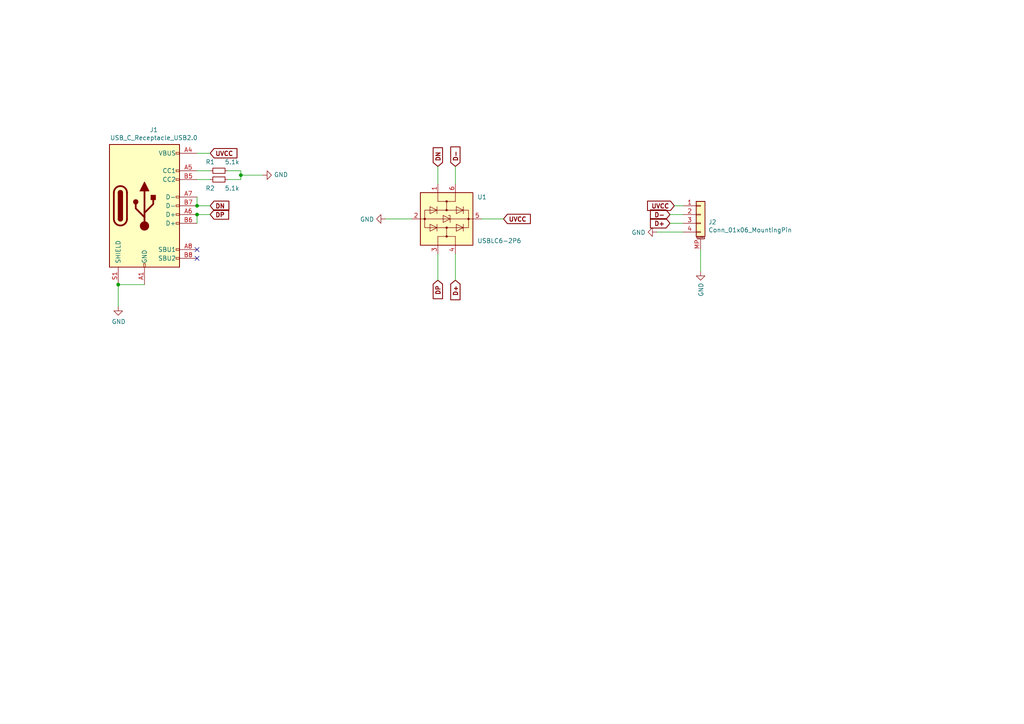
<source format=kicad_sch>
(kicad_sch (version 20211123) (generator eeschema)
  (paper "A4")
  (lib_symbols
    (symbol "Connector:USB_C_Receptacle_USB2.0" (pin_names (offset 1.016))
      (property "Reference" "J" (at -10.16 19.05 0))
      (property "Value" "USB_C_Receptacle_USB2.0" (at 19.05 19.05 0))
      (symbol "USB_C_Receptacle_USB2.0_0_0"
        (rectangle (start -0.254 -17.78) (end 0.254 -16.764))
        (rectangle (start 10.16 -14.986) (end 9.144 -15.494))
        (rectangle (start 10.16 -12.446) (end 9.144 -12.954))
        (rectangle (start 10.16 -4.826) (end 9.144 -5.334))
        (rectangle (start 10.16 -2.286) (end 9.144 -2.794))
        (rectangle (start 10.16 0.254) (end 9.144 -0.254))
        (rectangle (start 10.16 2.794) (end 9.144 2.286))
        (rectangle (start 10.16 7.874) (end 9.144 7.366))
        (rectangle (start 10.16 10.414) (end 9.144 9.906))
        (rectangle (start 10.16 15.494) (end 9.144 14.986))
      )
      (symbol "USB_C_Receptacle_USB2.0_0_1"
        (rectangle (start -10.16 17.78) (end 10.16 -17.78) (stroke (width 0.254)) (fill (type background)))
        (arc (start -8.89 -3.81) (mid -6.985 -5.715) (end -5.08 -3.81) (stroke (width 0.508)))
        (arc (start -7.62 -3.81) (mid -6.985 -4.445) (end -6.35 -3.81) (stroke (width 0.254)))
        (arc (start -7.62 -3.81) (mid -6.985 -4.445) (end -6.35 -3.81) (stroke (width 0.254)) (fill (type outline)))
        (rectangle (start -7.62 -3.81) (end -6.35 3.81) (stroke (width 0.254)) (fill (type outline)))
        (arc (start -6.35 3.81) (mid -6.985 4.445) (end -7.62 3.81) (stroke (width 0.254)))
        (arc (start -6.35 3.81) (mid -6.985 4.445) (end -7.62 3.81) (stroke (width 0.254)) (fill (type outline)))
        (arc (start -5.08 3.81) (mid -6.985 5.715) (end -8.89 3.81) (stroke (width 0.508)))
        (circle (center -2.54 1.143) (radius 0.635) (stroke (width 0.254)) (fill (type outline)))
        (circle (center 0 -5.842) (radius 1.27) (fill (type outline)))
        (polyline (pts (xy -8.89 -3.81) (xy -8.89 3.81)) (stroke (width 0.508)))
        (polyline (pts (xy -5.08 3.81) (xy -5.08 -3.81)) (stroke (width 0.508)))
        (polyline (pts (xy 0 -5.842) (xy 0 4.318)) (stroke (width 0.508)))
        (polyline (pts (xy 0 -3.302) (xy -2.54 -0.762) (xy -2.54 0.508)) (stroke (width 0.508)))
        (polyline (pts (xy 0 -2.032) (xy 2.54 0.508) (xy 2.54 1.778)) (stroke (width 0.508)))
        (polyline (pts (xy -1.27 4.318) (xy 0 6.858) (xy 1.27 4.318) (xy -1.27 4.318)) (stroke (width 0.254)) (fill (type outline)))
        (rectangle (start 1.905 1.778) (end 3.175 3.048) (stroke (width 0.254)) (fill (type outline)))
      )
      (symbol "USB_C_Receptacle_USB2.0_1_1"
        (pin passive line (at 0 -22.86 90) (length 5.08) (name "GND") (number "A1"))
        (pin passive line (at 0 -22.86 90) (length 5.08) hide (name "GND") (number "A12"))
        (pin passive line (at 15.24 15.24 180) (length 5.08) (name "VBUS") (number "A4"))
        (pin bidirectional line (at 15.24 10.16 180) (length 5.08) (name "CC1") (number "A5"))
        (pin bidirectional line (at 15.24 -2.54 180) (length 5.08) (name "D+") (number "A6"))
        (pin bidirectional line (at 15.24 2.54 180) (length 5.08) (name "D-") (number "A7"))
        (pin bidirectional line (at 15.24 -12.7 180) (length 5.08) (name "SBU1") (number "A8"))
        (pin passive line (at 15.24 15.24 180) (length 5.08) hide (name "VBUS") (number "A9"))
        (pin passive line (at 0 -22.86 90) (length 5.08) hide (name "GND") (number "B1"))
        (pin passive line (at 0 -22.86 90) (length 5.08) hide (name "GND") (number "B12"))
        (pin passive line (at 15.24 15.24 180) (length 5.08) hide (name "VBUS") (number "B4"))
        (pin bidirectional line (at 15.24 7.62 180) (length 5.08) (name "CC2") (number "B5"))
        (pin bidirectional line (at 15.24 -5.08 180) (length 5.08) (name "D+") (number "B6"))
        (pin bidirectional line (at 15.24 0 180) (length 5.08) (name "D-") (number "B7"))
        (pin bidirectional line (at 15.24 -15.24 180) (length 5.08) (name "SBU2") (number "B8"))
        (pin passive line (at 15.24 15.24 180) (length 5.08) hide (name "VBUS") (number "B9"))
        (pin passive line (at -7.62 -22.86 90) (length 5.08) (name "SHIELD") (number "S1"))
      )
    )
    (symbol "Connector_Generic_MountingPin:Conn_01x04_MountingPin" (pin_names (offset 1.016) hide)
      (property "Reference" "J" (at 0 5.08 0))
      (property "Value" "Conn_01x04_MountingPin" (at 1.27 -7.62 0))
      (symbol "Conn_01x04_MountingPin_1_1"
        (rectangle (start -1.27 -4.953) (end 0 -5.207) (stroke (width 0.1524)))
        (rectangle (start -1.27 -2.413) (end 0 -2.667) (stroke (width 0.1524)))
        (rectangle (start -1.27 0.127) (end 0 -0.127) (stroke (width 0.1524)))
        (rectangle (start -1.27 2.667) (end 0 2.413) (stroke (width 0.1524)))
        (rectangle (start -1.27 3.81) (end 1.27 -6.35) (stroke (width 0.254)) (fill (type background)))
        (polyline (pts (xy -1.016 -7.112) (xy 1.016 -7.112)) (stroke (width 0.1524)))
        (text "Mounting" (at 0 -6.731 0) (effects (font (size 0.381 0.381))))
        (pin passive line (at -5.08 2.54 0) (length 3.81) (name "Pin_1") (number "1"))
        (pin passive line (at -5.08 0 0) (length 3.81) (name "Pin_2") (number "2"))
        (pin passive line (at -5.08 -2.54 0) (length 3.81) (name "Pin_3") (number "3"))
        (pin passive line (at -5.08 -5.08 0) (length 3.81) (name "Pin_4") (number "4"))
        (pin passive line (at 0 -10.16 90) (length 3.048) (name "MountPin") (number "MP"))
      )
    )
    (symbol "Device:R_Small" (pin_numbers hide) (pin_names (offset 0.254) hide)
      (property "Reference" "R" (at 0.762 0.508 0))
      (property "Value" "R_Small" (at 0.762 -1.016 0))
      (symbol "R_Small_0_1"
        (rectangle (start -0.762 1.778) (end 0.762 -1.778) (stroke (width 0.2032)))
      )
      (symbol "R_Small_1_1"
        (pin passive line (at 0 2.54 270) (length 0.762) (name "~") (number "1"))
        (pin passive line (at 0 -2.54 90) (length 0.762) (name "~") (number "2"))
      )
    )
    (symbol "Power_Protection:USBLC6-2P6" (pin_names hide)
      (property "Reference" "U" (at 2.54 8.89 0))
      (property "Value" "USBLC6-2P6" (at 2.54 -8.89 0))
      (symbol "USBLC6-2P6_0_1"
        (rectangle (start -7.62 -7.62) (end 7.62 7.62) (stroke (width 0.254)) (fill (type background)))
        (circle (center -5.08 0) (radius 0.254) (fill (type outline)))
        (circle (center -2.54 0) (radius 0.254) (fill (type outline)))
        (rectangle (start -2.54 6.35) (end 2.54 -6.35))
        (circle (center 0 -6.35) (radius 0.254) (fill (type outline)))
        (polyline (pts (xy -5.08 -2.54) (xy -7.62 -2.54)))
        (polyline (pts (xy -5.08 0) (xy -5.08 -2.54)))
        (polyline (pts (xy -5.08 2.54) (xy -7.62 2.54)))
        (polyline (pts (xy -1.524 -2.794) (xy -3.556 -2.794)))
        (polyline (pts (xy -1.524 4.826) (xy -3.556 4.826)))
        (polyline (pts (xy 0 -7.62) (xy 0 -6.35)))
        (polyline (pts (xy 0 -6.35) (xy 0 1.27)))
        (polyline (pts (xy 0 1.27) (xy 0 6.35)))
        (polyline (pts (xy 0 6.35) (xy 0 7.62)))
        (polyline (pts (xy 1.524 -2.794) (xy 3.556 -2.794)))
        (polyline (pts (xy 1.524 4.826) (xy 3.556 4.826)))
        (polyline (pts (xy 5.08 -2.54) (xy 7.62 -2.54)))
        (polyline (pts (xy 5.08 0) (xy 5.08 -2.54)))
        (polyline (pts (xy 5.08 2.54) (xy 7.62 2.54)))
        (polyline (pts (xy -2.54 0) (xy -5.08 0) (xy -5.08 2.54)))
        (polyline (pts (xy 2.54 0) (xy 5.08 0) (xy 5.08 2.54)))
        (polyline (pts (xy -3.556 -4.826) (xy -1.524 -4.826) (xy -2.54 -2.794) (xy -3.556 -4.826)))
        (polyline (pts (xy -3.556 2.794) (xy -1.524 2.794) (xy -2.54 4.826) (xy -3.556 2.794)))
        (polyline (pts (xy -1.016 -1.016) (xy 1.016 -1.016) (xy 0 1.016) (xy -1.016 -1.016)))
        (polyline (pts (xy 1.016 1.016) (xy 0.762 1.016) (xy -1.016 1.016) (xy -1.016 0.508)))
        (polyline (pts (xy 3.556 -4.826) (xy 1.524 -4.826) (xy 2.54 -2.794) (xy 3.556 -4.826)))
        (polyline (pts (xy 3.556 2.794) (xy 1.524 2.794) (xy 2.54 4.826) (xy 3.556 2.794)))
        (circle (center 0 6.35) (radius 0.254) (fill (type outline)))
        (circle (center 2.54 0) (radius 0.254) (fill (type outline)))
        (circle (center 5.08 0) (radius 0.254) (fill (type outline)))
      )
      (symbol "USBLC6-2P6_1_1"
        (pin passive line (at -10.16 -2.54 0) (length 2.54) (name "I/O1") (number "1"))
        (pin passive line (at 0 -10.16 90) (length 2.54) (name "GND") (number "2"))
        (pin passive line (at 10.16 -2.54 180) (length 2.54) (name "I/O2") (number "3"))
        (pin passive line (at 10.16 2.54 180) (length 2.54) (name "I/O2") (number "4"))
        (pin passive line (at 0 10.16 270) (length 2.54) (name "VBUS") (number "5"))
        (pin passive line (at -10.16 2.54 0) (length 2.54) (name "I/O1") (number "6"))
      )
    )
    (symbol "power:GND" (power) (pin_names (offset 0))
      (property "Value" "GND" (at 0 -3.81 0))
      (symbol "GND_0_1"
        (polyline (pts (xy 0 0) (xy 0 -1.27) (xy 1.27 -1.27) (xy 0 -2.54) (xy -1.27 -1.27) (xy 0 -1.27)))
      )
      (symbol "GND_1_1"
        (pin power_in line (at 0 0 270) (length 0) hide (name "GND") (number "1"))
      )
    )
  )
  (junction (at 34.29 82.55))
  (junction (at 57.15 59.69))
  (junction (at 57.15 62.23))
  (junction (at 69.85 50.8))
  (no_connect (at 57.15 72.39))
  (no_connect (at 57.15 74.93))
  (wire (pts (xy 69.85 49.53) (xy 69.85 50.8)))
  (wire (pts (xy 76.2 50.8) (xy 69.85 50.8)))
  (wire (pts (xy 195.58 59.69) (xy 198.12 59.69)))
  (wire (pts (xy 57.15 49.53) (xy 60.96 49.53)))
  (wire (pts (xy 57.15 59.69) (xy 60.96 59.69)))
  (wire (pts (xy 132.08 48.26) (xy 132.08 53.34)))
  (wire (pts (xy 57.15 44.45) (xy 60.96 44.45)))
  (wire (pts (xy 194.31 62.23) (xy 198.12 62.23)))
  (wire (pts (xy 57.15 59.69) (xy 57.15 57.15)))
  (wire (pts (xy 139.7 63.5) (xy 146.05 63.5)))
  (wire (pts (xy 69.85 52.07) (xy 66.04 52.07)))
  (wire (pts (xy 57.15 52.07) (xy 60.96 52.07)))
  (wire (pts (xy 34.29 82.55) (xy 34.29 88.9)))
  (wire (pts (xy 127 48.26) (xy 127 53.34)))
  (wire (pts (xy 132.08 81.28) (xy 132.08 73.66)))
  (wire (pts (xy 69.85 50.8) (xy 69.85 52.07)))
  (wire (pts (xy 190.5 67.31) (xy 198.12 67.31)))
  (wire (pts (xy 66.04 49.53) (xy 69.85 49.53)))
  (wire (pts (xy 111.76 63.5) (xy 119.38 63.5)))
  (wire (pts (xy 203.2 72.39) (xy 203.2 78.74)))
  (wire (pts (xy 57.15 62.23) (xy 57.15 64.77)))
  (wire (pts (xy 34.29 82.55) (xy 41.91 82.55)))
  (wire (pts (xy 194.31 64.77) (xy 198.12 64.77)))
  (wire (pts (xy 127 81.28) (xy 127 73.66)))
  (wire (pts (xy 57.15 62.23) (xy 60.96 62.23)))
  (global_label "DP" (shape input) (at 60.96 62.23 0) (effects (font (thickness 0.254) bold)) (property "Intersheet References" "${INTERSHEET_REFS}" (effects hide)))
  (global_label "D-" (shape input) (at 132.08 48.26 90) (effects (font (thickness 0.254) bold)) (property "Intersheet References" "${INTERSHEET_REFS}" (effects hide)))
  (global_label "UVCC" (shape input) (at 60.96 44.45 0) (effects (font (thickness 0.254) bold)) (property "Intersheet References" "${INTERSHEET_REFS}" (effects hide)))
  (global_label "UVCC" (shape input) (at 195.58 59.69 180) (effects (font (thickness 0.254) bold)) (property "Intersheet References" "${INTERSHEET_REFS}" (effects hide)))
  (global_label "DP" (shape input) (at 127 81.28 270) (effects (font (thickness 0.254) bold)) (property "Intersheet References" "${INTERSHEET_REFS}" (effects hide)))
  (global_label "UVCC" (shape input) (at 146.05 63.5 0) (effects (font (thickness 0.254) bold)) (property "Intersheet References" "${INTERSHEET_REFS}" (effects hide)))
  (global_label "D+" (shape input) (at 132.08 81.28 270) (effects (font (thickness 0.254) bold)) (property "Intersheet References" "${INTERSHEET_REFS}" (effects hide)))
  (global_label "DN" (shape input) (at 60.96 59.69 0) (effects (font (thickness 0.254) bold)) (property "Intersheet References" "${INTERSHEET_REFS}" (effects hide)))
  (global_label "D+" (shape input) (at 194.31 64.77 180) (effects (font (thickness 0.254) bold)) (property "Intersheet References" "${INTERSHEET_REFS}" (effects hide)))
  (global_label "D-" (shape input) (at 194.31 62.23 180) (effects (font (thickness 0.254) bold)) (property "Intersheet References" "${INTERSHEET_REFS}" (effects hide)))
  (global_label "DN" (shape input) (at 127 48.26 90) (effects (font (thickness 0.254) bold)) (property "Intersheet References" "${INTERSHEET_REFS}" (effects hide)))
  (symbol (lib_id "Connector:USB_C_Receptacle_USB2.0") (at 41.91 59.69 0) (unit 1)
    (property "Reference" "J1" (at 44.6278 37.6682 0))
    (property "Value" "USB_C_Receptacle_USB2.0" (at 44.6278 39.9796 0))
    (property "Footprint" "u1:USB_C_Receptacle_HRO_TYPE-C-31-M-12" (effects hide))
    (property "Datasheet" "https://www.usb.org/sites/default/files/documents/usb_type-c.zip" (effects hide))
  )
  (symbol (lib_id "Power_Protection:USBLC6-2P6") (at 129.54 63.5 270) (unit 1)
    (property "Reference" "U1" (at 138.43 57.15 90) (effects (justify left)))
    (property "Value" "USBLC6-2P6" (at 138.43 69.85 90) (effects (justify left)))
    (property "Footprint" "Package_TO_SOT_SMD:SOT-666" (effects hide))
    (property "Datasheet" "https://www.st.com/resource/en/datasheet/usblc6-2.pdf" (effects hide))
  )
  (symbol (lib_id "Connector_Generic_MountingPin:Conn_01x04_MountingPin") (at 203.2 62.23 0) (unit 1)
    (property "Reference" "J2" (at 205.4352 64.4144 0) (effects (justify left)))
    (property "Value" "Conn_01x06_MountingPin" (at 205.4352 66.7258 0) (effects (justify left)))
    (property "Footprint" "Connector_JST:JST_SH_SM04B-SRSS-TB_1x04-1MP_P1.00mm_Horizontal" (effects hide))
  )
  (symbol (lib_id "Device:R_Small") (at 63.5 49.53 90) (unit 1)
    (property "Reference" "R1" (at 60.96 46.99 90))
    (property "Value" "5.1k" (at 67.31 46.99 90))
    (property "Footprint" "Resistor_SMD:R_0603_1608Metric" (effects hide))
  )
  (symbol (lib_id "Device:R_Small") (at 63.5 52.07 270) (unit 1)
    (property "Reference" "R2" (at 60.96 54.61 90))
    (property "Value" "5.1k" (at 67.31 54.61 90))
    (property "Footprint" "Resistor_SMD:R_0603_1608Metric" (effects hide))
  )
  (symbol (lib_id "power:GND") (at 34.29 88.9 0) (unit 1)
    (property "Reference" "#PWR04" (effects hide))
    (property "Value" "GND" (at 34.417 93.2942 0))
  )
  (symbol (lib_id "power:GND") (at 76.2 50.8 90) (unit 1)
    (property "Reference" "#PWR01" (effects hide))
    (property "Value" "GND" (at 79.4512 50.673 90) (effects (justify right)))
  )
  (symbol (lib_id "power:GND") (at 111.76 63.5 270) (unit 1)
    (property "Reference" "#PWR02" (effects hide))
    (property "Value" "GND" (at 108.5088 63.627 90) (effects (justify right)))
  )
  (symbol (lib_id "power:GND") (at 190.5 67.31 270) (unit 1)
    (property "Reference" "#PWR03" (effects hide))
    (property "Value" "GND" (at 187.2488 67.437 90) (effects (justify right)))
  )
  (symbol (lib_id "power:GND") (at 203.2 78.74 0) (unit 1)
    (property "Reference" "#PWR0101" (effects hide))
    (property "Value" "GND" (at 203.327 81.9912 90) (effects (justify right)))
  )
)
</source>
